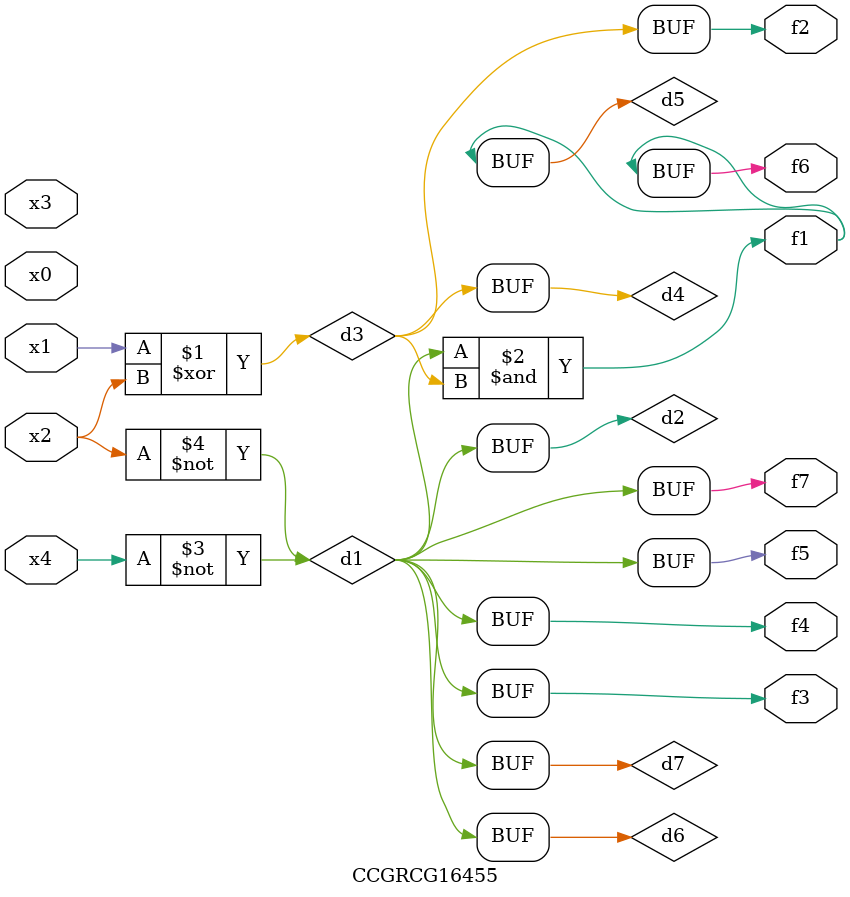
<source format=v>
module CCGRCG16455(
	input x0, x1, x2, x3, x4,
	output f1, f2, f3, f4, f5, f6, f7
);

	wire d1, d2, d3, d4, d5, d6, d7;

	not (d1, x4);
	not (d2, x2);
	xor (d3, x1, x2);
	buf (d4, d3);
	and (d5, d1, d3);
	buf (d6, d1, d2);
	buf (d7, d2);
	assign f1 = d5;
	assign f2 = d4;
	assign f3 = d7;
	assign f4 = d7;
	assign f5 = d7;
	assign f6 = d5;
	assign f7 = d7;
endmodule

</source>
